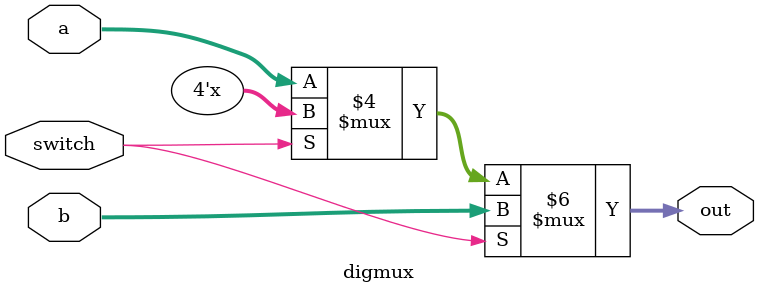
<source format=v>
module digmux(a,b,switch,out);

input [3:0] a,b;
input switch;
output reg [3:0] out;

always@(a,b)
begin
	if(switch == 0)
		out <= a;
	if(switch == 1)
		out <= b;
end

endmodule

</source>
